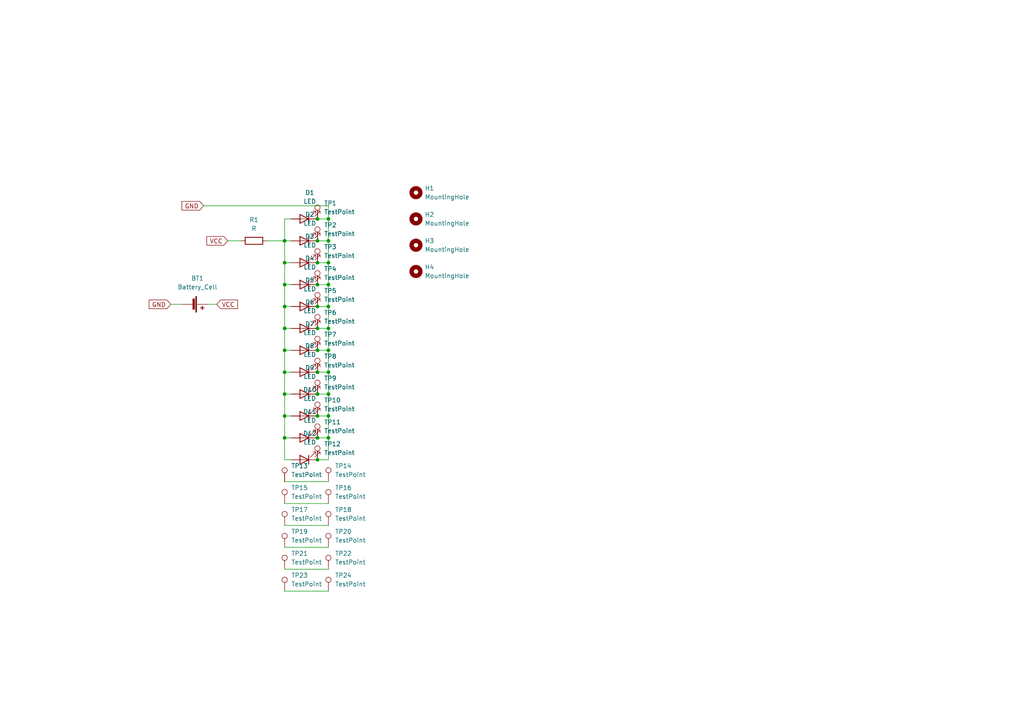
<source format=kicad_sch>
(kicad_sch (version 20211123) (generator eeschema)
  (paper "A4")
  (lib_symbols
    (symbol "Connector:TestPoint" (pin_numbers hide) (pin_names (offset 0.762) hide)
      (property "Reference" "TP" (at 0 6.858 0))
      (property "Value" "TestPoint" (at 0 5.08 0))
      (symbol "TestPoint_0_1"
        (circle (center 0 3.302) (radius 0.762))
      )
      (symbol "TestPoint_1_1"
        (pin passive line (at 0 0 90) (length 2.54) (name "1") (number "1"))
      )
    )
    (symbol "Device:Battery_Cell" (pin_numbers hide) (pin_names (offset 0) hide)
      (property "Reference" "BT" (at 2.54 2.54 0))
      (property "Value" "Battery_Cell" (at 2.54 0 0))
      (symbol "Battery_Cell_0_1"
        (rectangle (start -2.286 1.778) (end 2.286 1.524) (fill (type outline)))
        (rectangle (start -1.5748 1.1938) (end 1.4732 0.6858) (fill (type outline)))
        (polyline (pts (xy 0 0.762) (xy 0 0)))
        (polyline (pts (xy 0 1.778) (xy 0 2.54)))
        (polyline (pts (xy 0.508 3.429) (xy 1.524 3.429)) (stroke (width 0.254)))
        (polyline (pts (xy 1.016 3.937) (xy 1.016 2.921)) (stroke (width 0.254)))
      )
      (symbol "Battery_Cell_1_1"
        (pin passive line (at 0 5.08 270) (length 2.54) (name "+") (number "1"))
        (pin passive line (at 0 -2.54 90) (length 2.54) (name "-") (number "2"))
      )
    )
    (symbol "Device:LED" (pin_numbers hide) (pin_names (offset 1.016) hide)
      (property "Reference" "D" (at 0 2.54 0))
      (property "Value" "LED" (at 0 -2.54 0))
      (symbol "LED_0_1"
        (polyline (pts (xy -1.27 -1.27) (xy -1.27 1.27)) (stroke (width 0.254)))
        (polyline (pts (xy -1.27 0) (xy 1.27 0)))
        (polyline (pts (xy 1.27 -1.27) (xy 1.27 1.27) (xy -1.27 0) (xy 1.27 -1.27)) (stroke (width 0.254)))
        (polyline (pts (xy -3.048 -0.762) (xy -4.572 -2.286) (xy -3.81 -2.286) (xy -4.572 -2.286) (xy -4.572 -1.524)))
        (polyline (pts (xy -1.778 -0.762) (xy -3.302 -2.286) (xy -2.54 -2.286) (xy -3.302 -2.286) (xy -3.302 -1.524)))
      )
      (symbol "LED_1_1"
        (pin passive line (at -3.81 0 0) (length 2.54) (name "K") (number "1"))
        (pin passive line (at 3.81 0 180) (length 2.54) (name "A") (number "2"))
      )
    )
    (symbol "Device:R" (pin_numbers hide) (pin_names (offset 0))
      (property "Reference" "R" (at 2.032 0 90))
      (property "Value" "R" (at 0 0 90))
      (symbol "R_0_1"
        (rectangle (start -1.016 -2.54) (end 1.016 2.54) (stroke (width 0.254)))
      )
      (symbol "R_1_1"
        (pin passive line (at 0 3.81 270) (length 1.27) (name "~") (number "1"))
        (pin passive line (at 0 -3.81 90) (length 1.27) (name "~") (number "2"))
      )
    )
    (symbol "Mechanical:MountingHole" (pin_names (offset 1.016))
      (property "Reference" "H" (at 0 5.08 0))
      (property "Value" "MountingHole" (at 0 3.175 0))
      (symbol "MountingHole_0_1"
        (circle (center 0 0) (radius 1.27) (stroke (width 1.27)))
      )
    )
  )
  (junction (at 92.075 95.25))
  (junction (at 92.075 133.35))
  (junction (at 82.55 114.3))
  (junction (at 95.25 120.65))
  (junction (at 82.55 101.6))
  (junction (at 95.25 127))
  (junction (at 82.55 69.85))
  (junction (at 95.25 76.2))
  (junction (at 95.25 69.85))
  (junction (at 95.25 95.25))
  (junction (at 95.25 88.9))
  (junction (at 92.075 88.9))
  (junction (at 92.075 63.5))
  (junction (at 92.075 107.95))
  (junction (at 95.25 82.55))
  (junction (at 82.55 82.55))
  (junction (at 92.075 82.55))
  (junction (at 82.55 76.2))
  (junction (at 82.55 120.65))
  (junction (at 82.55 107.95))
  (junction (at 82.55 95.25))
  (junction (at 92.075 127))
  (junction (at 92.075 76.2))
  (junction (at 95.25 114.3))
  (junction (at 92.075 101.6))
  (junction (at 82.55 88.9))
  (junction (at 92.075 120.65))
  (junction (at 82.55 127))
  (junction (at 92.075 114.3))
  (junction (at 95.25 63.5))
  (junction (at 95.25 101.6))
  (junction (at 95.25 107.95))
  (junction (at 92.075 69.85))
  (wire (pts (xy 82.55 101.6) (xy 82.55 95.25)))
  (wire (pts (xy 84.455 133.35) (xy 82.55 133.35)))
  (wire (pts (xy 82.55 88.9) (xy 82.55 82.55)))
  (wire (pts (xy 82.55 107.95) (xy 82.55 101.6)))
  (wire (pts (xy 92.075 120.65) (xy 95.25 120.65)))
  (wire (pts (xy 82.55 69.85) (xy 82.55 76.2)))
  (wire (pts (xy 82.55 139.7) (xy 95.25 139.7)))
  (wire (pts (xy 92.075 127) (xy 95.25 127)))
  (wire (pts (xy 82.55 63.5) (xy 82.55 69.85)))
  (wire (pts (xy 84.455 120.65) (xy 82.55 120.65)))
  (wire (pts (xy 95.25 114.3) (xy 95.25 120.65)))
  (wire (pts (xy 84.455 101.6) (xy 82.55 101.6)))
  (wire (pts (xy 92.075 88.9) (xy 95.25 88.9)))
  (wire (pts (xy 95.25 107.95) (xy 95.25 114.3)))
  (wire (pts (xy 82.55 69.85) (xy 84.455 69.85)))
  (wire (pts (xy 82.55 152.4) (xy 95.25 152.4)))
  (wire (pts (xy 84.455 114.3) (xy 82.55 114.3)))
  (wire (pts (xy 82.55 171.45) (xy 95.25 171.45)))
  (wire (pts (xy 84.455 107.95) (xy 82.55 107.95)))
  (wire (pts (xy 82.55 114.3) (xy 82.55 107.95)))
  (wire (pts (xy 82.55 76.2) (xy 82.55 82.55)))
  (wire (pts (xy 82.55 82.55) (xy 84.455 82.55)))
  (wire (pts (xy 82.55 95.25) (xy 82.55 88.9)))
  (wire (pts (xy 82.55 120.65) (xy 82.55 114.3)))
  (wire (pts (xy 84.455 88.9) (xy 82.55 88.9)))
  (wire (pts (xy 95.25 82.55) (xy 95.25 76.2)))
  (wire (pts (xy 95.25 88.9) (xy 95.25 82.55)))
  (wire (pts (xy 77.47 69.85) (xy 82.55 69.85)))
  (wire (pts (xy 66.04 69.85) (xy 69.85 69.85)))
  (wire (pts (xy 92.075 101.6) (xy 95.25 101.6)))
  (wire (pts (xy 95.25 69.85) (xy 95.25 76.2)))
  (wire (pts (xy 59.055 59.69) (xy 95.25 59.69)))
  (wire (pts (xy 95.25 101.6) (xy 95.25 95.25)))
  (wire (pts (xy 92.075 133.35) (xy 95.25 133.35)))
  (wire (pts (xy 82.55 158.75) (xy 95.25 158.75)))
  (wire (pts (xy 82.55 133.35) (xy 82.55 127)))
  (wire (pts (xy 82.55 76.2) (xy 84.455 76.2)))
  (wire (pts (xy 84.455 95.25) (xy 82.55 95.25)))
  (wire (pts (xy 82.55 165.1) (xy 95.25 165.1)))
  (wire (pts (xy 82.55 146.05) (xy 95.25 146.05)))
  (wire (pts (xy 92.075 107.95) (xy 95.25 107.95)))
  (wire (pts (xy 95.25 63.5) (xy 95.25 69.85)))
  (wire (pts (xy 82.55 127) (xy 82.55 120.65)))
  (wire (pts (xy 95.25 107.95) (xy 95.25 101.6)))
  (wire (pts (xy 60.325 88.265) (xy 62.865 88.265)))
  (wire (pts (xy 92.075 69.85) (xy 95.25 69.85)))
  (wire (pts (xy 92.075 63.5) (xy 95.25 63.5)))
  (wire (pts (xy 49.53 88.265) (xy 52.705 88.265)))
  (wire (pts (xy 92.075 82.55) (xy 95.25 82.55)))
  (wire (pts (xy 95.25 127) (xy 95.25 120.65)))
  (wire (pts (xy 95.25 133.35) (xy 95.25 127)))
  (wire (pts (xy 92.075 95.25) (xy 95.25 95.25)))
  (wire (pts (xy 95.25 95.25) (xy 95.25 88.9)))
  (wire (pts (xy 92.075 114.3) (xy 95.25 114.3)))
  (wire (pts (xy 95.25 63.5) (xy 95.25 59.69)))
  (wire (pts (xy 84.455 63.5) (xy 82.55 63.5)))
  (wire (pts (xy 84.455 127) (xy 82.55 127)))
  (wire (pts (xy 95.25 76.2) (xy 92.075 76.2)))
  (global_label "VCC" (shape input) (at 66.04 69.85 180) (property "Intersheet References" "${INTERSHEET_REFS}" (effects hide)))
  (global_label "GND" (shape input) (at 59.055 59.69 180) (property "Intersheet References" "${INTERSHEET_REFS}" (effects hide)))
  (global_label "GND" (shape input) (at 49.53 88.265 180) (property "Intersheet References" "${INTERSHEET_REFS}" (effects hide)))
  (global_label "VCC" (shape input) (at 62.865 88.265 0) (property "Intersheet References" "${INTERSHEET_REFS}" (effects hide)))
  (symbol (lib_id "Connector:TestPoint") (at 95.25 139.7 0) (unit 1)
    (property "Reference" "TP14" (at 97.155 135.1279 0) (effects (justify left)))
    (property "Value" "TestPoint" (at 97.155 137.6679 0) (effects (justify left)))
    (property "Footprint" "TestPoint:TestPoint_Pad_D2.0mm" (effects hide))
  )
  (symbol (lib_id "Connector:TestPoint") (at 82.55 158.75 0) (unit 1)
    (property "Reference" "TP19" (at 84.455 154.1779 0) (effects (justify left)))
    (property "Value" "TestPoint" (at 84.455 156.7179 0) (effects (justify left)))
    (property "Footprint" "TestPoint:TestPoint_Pad_D2.0mm" (effects hide))
  )
  (symbol (lib_id "Device:LED") (at 88.265 69.85 180) (unit 1)
    (property "Reference" "D2" (at 89.8525 62.23 0))
    (property "Value" "LED" (at 89.8525 64.77 0))
    (property "Footprint" "LED_THT:LED_D3.0mm" (effects hide))
  )
  (symbol (lib_id "Device:LED") (at 88.265 127 180) (unit 1)
    (property "Reference" "D11" (at 89.8525 119.38 0))
    (property "Value" "LED" (at 89.8525 121.92 0))
    (property "Footprint" "LED_THT:LED_D3.0mm" (effects hide))
  )
  (symbol (lib_id "Device:LED") (at 88.265 120.65 180) (unit 1)
    (property "Reference" "D10" (at 89.8525 113.03 0))
    (property "Value" "LED" (at 89.8525 115.57 0))
    (property "Footprint" "LED_THT:LED_D3.0mm" (effects hide))
  )
  (symbol (lib_id "Connector:TestPoint") (at 82.55 165.1 0) (unit 1)
    (property "Reference" "TP21" (at 84.455 160.5279 0) (effects (justify left)))
    (property "Value" "TestPoint" (at 84.455 163.0679 0) (effects (justify left)))
    (property "Footprint" "TestPoint:TestPoint_Pad_D2.0mm" (effects hide))
  )
  (symbol (lib_id "Mechanical:MountingHole") (at 120.65 55.88 0) (unit 1)
    (property "Reference" "H1" (at 123.19 54.6099 0) (effects (justify left)))
    (property "Value" "MountingHole" (at 123.19 57.1499 0) (effects (justify left)))
    (property "Footprint" "MountingHole:MountingHole_2.5mm_Pad" (effects hide))
  )
  (symbol (lib_id "Connector:TestPoint") (at 92.075 101.6 0) (unit 1)
    (property "Reference" "TP7" (at 93.98 97.0279 0) (effects (justify left)))
    (property "Value" "TestPoint" (at 93.98 99.5679 0) (effects (justify left)))
    (property "Footprint" "TestPoint:TestPoint_Pad_D2.0mm" (effects hide))
  )
  (symbol (lib_id "Device:LED") (at 88.265 101.6 180) (unit 1)
    (property "Reference" "D7" (at 89.8525 93.98 0))
    (property "Value" "LED" (at 89.8525 96.52 0))
    (property "Footprint" "LED_THT:LED_D3.0mm" (effects hide))
  )
  (symbol (lib_id "Device:LED") (at 88.265 76.2 180) (unit 1)
    (property "Reference" "D3" (at 89.8525 68.58 0))
    (property "Value" "LED" (at 89.8525 71.12 0))
    (property "Footprint" "LED_THT:LED_D3.0mm" (effects hide))
  )
  (symbol (lib_id "Connector:TestPoint") (at 92.075 69.85 0) (unit 1)
    (property "Reference" "TP2" (at 93.98 65.2779 0) (effects (justify left)))
    (property "Value" "TestPoint" (at 93.98 67.8179 0) (effects (justify left)))
    (property "Footprint" "TestPoint:TestPoint_Pad_D2.0mm" (effects hide))
  )
  (symbol (lib_id "Connector:TestPoint") (at 82.55 171.45 0) (unit 1)
    (property "Reference" "TP23" (at 84.455 166.8779 0) (effects (justify left)))
    (property "Value" "TestPoint" (at 84.455 169.4179 0) (effects (justify left)))
    (property "Footprint" "TestPoint:TestPoint_Pad_D2.0mm" (effects hide))
  )
  (symbol (lib_id "Connector:TestPoint") (at 92.075 82.55 0) (unit 1)
    (property "Reference" "TP4" (at 93.98 77.9779 0) (effects (justify left)))
    (property "Value" "TestPoint" (at 93.98 80.5179 0) (effects (justify left)))
    (property "Footprint" "TestPoint:TestPoint_Pad_D2.0mm" (effects hide))
  )
  (symbol (lib_id "Connector:TestPoint") (at 82.55 146.05 0) (unit 1)
    (property "Reference" "TP15" (at 84.455 141.4779 0) (effects (justify left)))
    (property "Value" "TestPoint" (at 84.455 144.0179 0) (effects (justify left)))
    (property "Footprint" "TestPoint:TestPoint_Pad_D2.0mm" (effects hide))
  )
  (symbol (lib_id "Device:LED") (at 88.265 95.25 180) (unit 1)
    (property "Reference" "D6" (at 89.8525 87.63 0))
    (property "Value" "LED" (at 89.8525 90.17 0))
    (property "Footprint" "LED_THT:LED_D3.0mm" (effects hide))
  )
  (symbol (lib_id "Connector:TestPoint") (at 92.075 120.65 0) (unit 1)
    (property "Reference" "TP10" (at 93.98 116.0779 0) (effects (justify left)))
    (property "Value" "TestPoint" (at 93.98 118.6179 0) (effects (justify left)))
    (property "Footprint" "TestPoint:TestPoint_Pad_D2.0mm" (effects hide))
  )
  (symbol (lib_id "Connector:TestPoint") (at 95.25 152.4 0) (unit 1)
    (property "Reference" "TP18" (at 97.155 147.8279 0) (effects (justify left)))
    (property "Value" "TestPoint" (at 97.155 150.3679 0) (effects (justify left)))
    (property "Footprint" "TestPoint:TestPoint_Pad_D2.0mm" (effects hide))
  )
  (symbol (lib_id "Device:LED") (at 88.265 107.95 180) (unit 1)
    (property "Reference" "D8" (at 89.8525 100.33 0))
    (property "Value" "LED" (at 89.8525 102.87 0))
    (property "Footprint" "LED_THT:LED_D3.0mm" (effects hide))
  )
  (symbol (lib_id "Connector:TestPoint") (at 92.075 127 0) (unit 1)
    (property "Reference" "TP11" (at 93.98 122.4279 0) (effects (justify left)))
    (property "Value" "TestPoint" (at 93.98 124.9679 0) (effects (justify left)))
    (property "Footprint" "TestPoint:TestPoint_Pad_D2.0mm" (effects hide))
  )
  (symbol (lib_id "Device:LED") (at 88.265 114.3 180) (unit 1)
    (property "Reference" "D9" (at 89.8525 106.68 0))
    (property "Value" "LED" (at 89.8525 109.22 0))
    (property "Footprint" "LED_THT:LED_D3.0mm" (effects hide))
  )
  (symbol (lib_id "Connector:TestPoint") (at 95.25 158.75 0) (unit 1)
    (property "Reference" "TP20" (at 97.155 154.1779 0) (effects (justify left)))
    (property "Value" "TestPoint" (at 97.155 156.7179 0) (effects (justify left)))
    (property "Footprint" "TestPoint:TestPoint_Pad_D2.0mm" (effects hide))
  )
  (symbol (lib_id "Device:R") (at 73.66 69.85 90) (unit 1)
    (property "Reference" "R1" (at 73.66 63.754 90))
    (property "Value" "R" (at 73.66 66.294 90))
    (property "Footprint" "Resistor_THT:R_Axial_DIN0204_L3.6mm_D1.6mm_P5.08mm_Horizontal" (effects hide))
  )
  (symbol (lib_id "Mechanical:MountingHole") (at 120.65 78.74 0) (unit 1)
    (property "Reference" "H4" (at 123.19 77.4699 0) (effects (justify left)))
    (property "Value" "MountingHole" (at 123.19 80.0099 0) (effects (justify left)))
    (property "Footprint" "MountingHole:MountingHole_2.5mm_Pad" (effects hide))
  )
  (symbol (lib_id "Connector:TestPoint") (at 95.25 165.1 0) (unit 1)
    (property "Reference" "TP22" (at 97.155 160.5279 0) (effects (justify left)))
    (property "Value" "TestPoint" (at 97.155 163.0679 0) (effects (justify left)))
    (property "Footprint" "TestPoint:TestPoint_Pad_D2.0mm" (effects hide))
  )
  (symbol (lib_id "Connector:TestPoint") (at 92.075 95.25 0) (unit 1)
    (property "Reference" "TP6" (at 93.98 90.6779 0) (effects (justify left)))
    (property "Value" "TestPoint" (at 93.98 93.2179 0) (effects (justify left)))
    (property "Footprint" "TestPoint:TestPoint_Pad_D2.0mm" (effects hide))
  )
  (symbol (lib_id "Connector:TestPoint") (at 92.075 63.5 0) (unit 1)
    (property "Reference" "TP1" (at 93.98 58.9279 0) (effects (justify left)))
    (property "Value" "TestPoint" (at 93.98 61.4679 0) (effects (justify left)))
    (property "Footprint" "TestPoint:TestPoint_Pad_D2.0mm" (effects hide))
  )
  (symbol (lib_id "Connector:TestPoint") (at 82.55 152.4 0) (unit 1)
    (property "Reference" "TP17" (at 84.455 147.8279 0) (effects (justify left)))
    (property "Value" "TestPoint" (at 84.455 150.3679 0) (effects (justify left)))
    (property "Footprint" "TestPoint:TestPoint_Pad_D2.0mm" (effects hide))
  )
  (symbol (lib_id "Connector:TestPoint") (at 95.25 171.45 0) (unit 1)
    (property "Reference" "TP24" (at 97.155 166.8779 0) (effects (justify left)))
    (property "Value" "TestPoint" (at 97.155 169.4179 0) (effects (justify left)))
    (property "Footprint" "TestPoint:TestPoint_Pad_D2.0mm" (effects hide))
  )
  (symbol (lib_id "Device:Battery_Cell") (at 55.245 88.265 270) (unit 1)
    (property "Reference" "BT1" (at 57.277 80.7212 90))
    (property "Value" "Battery_Cell" (at 57.277 83.2612 90))
    (property "Footprint" "JLCPCB:BAT_BU2032SM-JJ-GTR" (effects hide))
  )
  (symbol (lib_id "Connector:TestPoint") (at 82.55 139.7 0) (unit 1)
    (property "Reference" "TP13" (at 84.455 135.1279 0) (effects (justify left)))
    (property "Value" "TestPoint" (at 84.455 137.6679 0) (effects (justify left)))
    (property "Footprint" "TestPoint:TestPoint_Pad_D2.0mm" (effects hide))
  )
  (symbol (lib_id "Connector:TestPoint") (at 92.075 88.9 0) (unit 1)
    (property "Reference" "TP5" (at 93.98 84.3279 0) (effects (justify left)))
    (property "Value" "TestPoint" (at 93.98 86.8679 0) (effects (justify left)))
    (property "Footprint" "TestPoint:TestPoint_Pad_D2.0mm" (effects hide))
  )
  (symbol (lib_id "Mechanical:MountingHole") (at 120.65 71.12 0) (unit 1)
    (property "Reference" "H3" (at 123.19 69.8499 0) (effects (justify left)))
    (property "Value" "MountingHole" (at 123.19 72.3899 0) (effects (justify left)))
    (property "Footprint" "MountingHole:MountingHole_2.5mm_Pad" (effects hide))
  )
  (symbol (lib_id "Mechanical:MountingHole") (at 120.65 63.5 0) (unit 1)
    (property "Reference" "H2" (at 123.19 62.2299 0) (effects (justify left)))
    (property "Value" "MountingHole" (at 123.19 64.7699 0) (effects (justify left)))
    (property "Footprint" "MountingHole:MountingHole_2.5mm_Pad" (effects hide))
  )
  (symbol (lib_id "Connector:TestPoint") (at 92.075 107.95 0) (unit 1)
    (property "Reference" "TP8" (at 93.98 103.3779 0) (effects (justify left)))
    (property "Value" "TestPoint" (at 93.98 105.9179 0) (effects (justify left)))
    (property "Footprint" "TestPoint:TestPoint_Pad_D2.0mm" (effects hide))
  )
  (symbol (lib_id "Device:LED") (at 88.265 133.35 180) (unit 1)
    (property "Reference" "D12" (at 89.8525 125.73 0))
    (property "Value" "LED" (at 89.8525 128.27 0))
    (property "Footprint" "LED_THT:LED_D3.0mm" (effects hide))
  )
  (symbol (lib_id "Device:LED") (at 88.265 82.55 180) (unit 1)
    (property "Reference" "D4" (at 89.8525 74.93 0))
    (property "Value" "LED" (at 89.8525 77.47 0))
    (property "Footprint" "LED_THT:LED_D3.0mm" (effects hide))
  )
  (symbol (lib_id "Connector:TestPoint") (at 95.25 146.05 0) (unit 1)
    (property "Reference" "TP16" (at 97.155 141.4779 0) (effects (justify left)))
    (property "Value" "TestPoint" (at 97.155 144.0179 0) (effects (justify left)))
    (property "Footprint" "TestPoint:TestPoint_Pad_D2.0mm" (effects hide))
  )
  (symbol (lib_id "Connector:TestPoint") (at 92.075 133.35 0) (unit 1)
    (property "Reference" "TP12" (at 93.98 128.7779 0) (effects (justify left)))
    (property "Value" "TestPoint" (at 93.98 131.3179 0) (effects (justify left)))
    (property "Footprint" "TestPoint:TestPoint_Pad_D2.0mm" (effects hide))
  )
  (symbol (lib_id "Connector:TestPoint") (at 92.075 114.3 0) (unit 1)
    (property "Reference" "TP9" (at 93.98 109.7279 0) (effects (justify left)))
    (property "Value" "TestPoint" (at 93.98 112.2679 0) (effects (justify left)))
    (property "Footprint" "TestPoint:TestPoint_Pad_D2.0mm" (effects hide))
  )
  (symbol (lib_id "Device:LED") (at 88.265 63.5 180) (unit 1)
    (property "Reference" "D1" (at 89.8525 55.88 0))
    (property "Value" "LED" (at 89.8525 58.42 0))
    (property "Footprint" "LED_THT:LED_D3.0mm" (effects hide))
  )
  (symbol (lib_id "Device:LED") (at 88.265 88.9 180) (unit 1)
    (property "Reference" "D5" (at 89.8525 81.28 0))
    (property "Value" "LED" (at 89.8525 83.82 0))
    (property "Footprint" "LED_THT:LED_D3.0mm" (effects hide))
  )
  (symbol (lib_id "Connector:TestPoint") (at 92.075 76.2 0) (unit 1)
    (property "Reference" "TP3" (at 93.98 71.6279 0) (effects (justify left)))
    (property "Value" "TestPoint" (at 93.98 74.1679 0) (effects (justify left)))
    (property "Footprint" "TestPoint:TestPoint_Pad_D2.0mm" (effects hide))
  )
)
</source>
